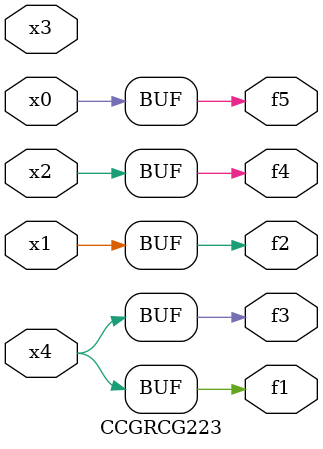
<source format=v>
module CCGRCG223(
	input x0, x1, x2, x3, x4,
	output f1, f2, f3, f4, f5
);
	assign f1 = x4;
	assign f2 = x1;
	assign f3 = x4;
	assign f4 = x2;
	assign f5 = x0;
endmodule

</source>
